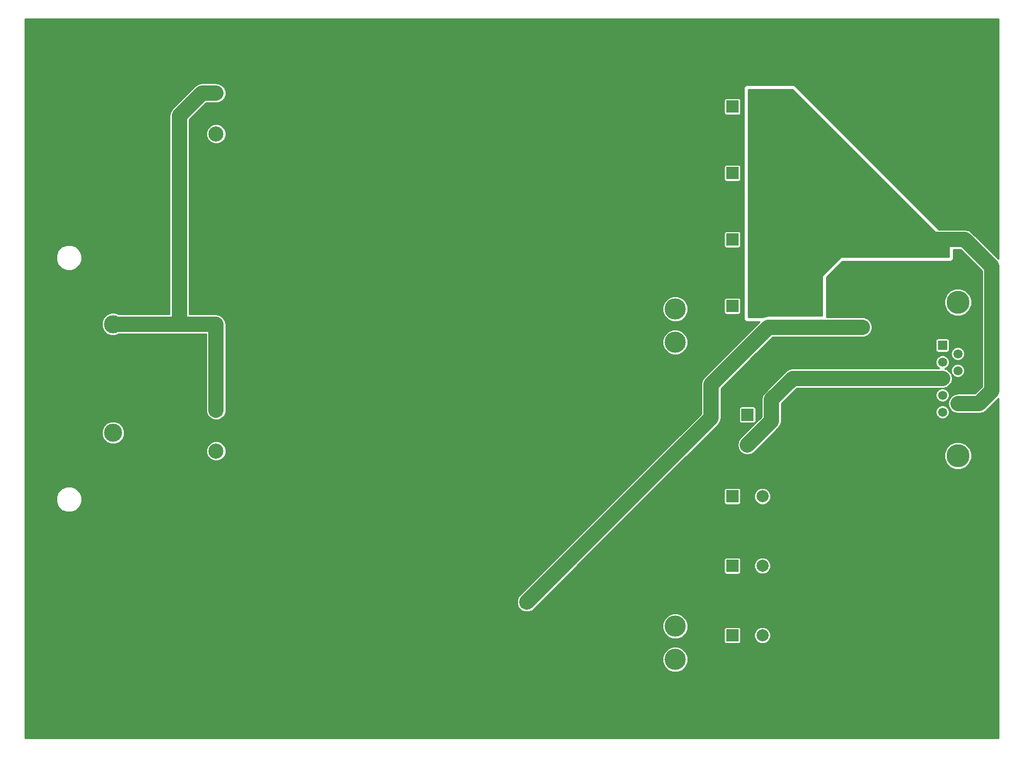
<source format=gbr>
G04 #@! TF.FileFunction,Copper,L1,Top,Signal*
%FSLAX46Y46*%
G04 Gerber Fmt 4.6, Leading zero omitted, Abs format (unit mm)*
G04 Created by KiCad (PCBNEW 4.0.7) date 10/03/17 11:40:22*
%MOMM*%
%LPD*%
G01*
G04 APERTURE LIST*
%ADD10C,0.150000*%
%ADD11C,3.500000*%
%ADD12C,2.500000*%
%ADD13R,2.000000X2.000000*%
%ADD14C,2.000000*%
%ADD15C,3.810000*%
%ADD16R,1.520000X1.520000*%
%ADD17C,1.520000*%
%ADD18C,3.000000*%
%ADD19C,2.540000*%
%ADD20C,2.540000*%
%ADD21C,1.905000*%
%ADD22C,0.254000*%
G04 APERTURE END LIST*
D10*
D11*
X108060000Y-54000000D03*
D12*
X32060000Y-12750000D03*
X32060000Y-19500000D03*
D11*
X108060000Y-48500000D03*
D13*
X117500000Y-102500000D03*
D14*
X122500000Y-102500000D03*
D13*
X117500000Y-48000000D03*
D14*
X122500000Y-48000000D03*
D13*
X117500000Y-91000000D03*
D14*
X122500000Y-91000000D03*
D13*
X117500000Y-37000000D03*
D14*
X122500000Y-37000000D03*
D13*
X117500000Y-79500000D03*
D14*
X122500000Y-79500000D03*
D13*
X117500000Y-26000000D03*
D14*
X122500000Y-26000000D03*
D13*
X120000000Y-66000000D03*
D14*
X120000000Y-71000000D03*
D13*
X117500000Y-15000000D03*
D14*
X122500000Y-15000000D03*
D15*
X154840000Y-72790000D03*
X154840000Y-47390000D03*
D16*
X152300000Y-54500000D03*
D17*
X152300000Y-57290000D03*
X152300000Y-59960000D03*
X152300000Y-62760000D03*
X152300000Y-65550000D03*
X154840000Y-55900000D03*
X154840000Y-58690000D03*
X154840000Y-61360000D03*
X154840000Y-64150000D03*
D11*
X108060000Y-106500000D03*
D12*
X32060000Y-65250000D03*
X32060000Y-72000000D03*
D11*
X108060000Y-101000000D03*
D18*
X15000000Y-69000000D03*
X15000000Y-51000000D03*
X15000000Y-60000000D03*
D19*
X83500000Y-97000000D03*
X139000000Y-51500000D03*
D20*
X152300000Y-59960000D02*
X145300000Y-59960000D01*
X127540000Y-59960000D02*
X124000000Y-63500000D01*
X124000000Y-63500000D02*
X124000000Y-67000000D01*
X124000000Y-67000000D02*
X120000000Y-71000000D01*
X145300000Y-59960000D02*
X127540000Y-59960000D01*
X122500000Y-37000000D02*
X156000000Y-37000000D01*
X158350000Y-64150000D02*
X154840000Y-64150000D01*
X160500000Y-62000000D02*
X158350000Y-64150000D01*
X160500000Y-41500000D02*
X160500000Y-62000000D01*
X156000000Y-37000000D02*
X160500000Y-41500000D01*
D21*
X122500000Y-26000000D02*
X122500000Y-15000000D01*
X122500000Y-37000000D02*
X122500000Y-26000000D01*
X122500000Y-48000000D02*
X122500000Y-37000000D01*
D20*
X83500000Y-97000000D02*
X114000000Y-66500000D01*
X114000000Y-66500000D02*
X114000000Y-61000000D01*
X114000000Y-61000000D02*
X123500000Y-51500000D01*
X123500000Y-51500000D02*
X139000000Y-51500000D01*
D21*
X15000000Y-51000000D02*
X16000000Y-51000000D01*
D20*
X32060000Y-12750000D02*
X29750000Y-12750000D01*
X26000000Y-16500000D02*
X26000000Y-51000000D01*
X29750000Y-12750000D02*
X26000000Y-16500000D01*
X16000000Y-51000000D02*
X26000000Y-51000000D01*
X26000000Y-51000000D02*
X32000000Y-51000000D01*
X32060000Y-51060000D02*
X32060000Y-65250000D01*
X32000000Y-51000000D02*
X32060000Y-51060000D01*
D22*
G36*
X161544000Y-40209134D02*
X157167433Y-35832567D01*
X156631811Y-35474675D01*
X156000000Y-35349000D01*
X151747026Y-35349000D01*
X127949013Y-11550987D01*
X127747051Y-11415029D01*
X127500000Y-11365000D01*
X120000000Y-11365000D01*
X119769205Y-11408427D01*
X119557233Y-11544827D01*
X119415029Y-11752949D01*
X119365000Y-12000000D01*
X119365000Y-50000000D01*
X119408427Y-50230795D01*
X119544827Y-50442767D01*
X119752949Y-50584971D01*
X120000000Y-50635000D01*
X122030134Y-50635000D01*
X112832567Y-59832567D01*
X112474675Y-60368189D01*
X112363575Y-60926729D01*
X112349000Y-61000000D01*
X112349000Y-65816133D01*
X82333585Y-95831549D01*
X82101166Y-96063563D01*
X81849287Y-96670155D01*
X81848714Y-97326963D01*
X82099534Y-97933995D01*
X82563563Y-98398834D01*
X83170155Y-98650713D01*
X83826963Y-98651286D01*
X84433995Y-98400466D01*
X84898834Y-97936437D01*
X84899122Y-97935744D01*
X92834866Y-90000000D01*
X116111536Y-90000000D01*
X116111536Y-92000000D01*
X116138103Y-92141190D01*
X116221546Y-92270865D01*
X116348866Y-92357859D01*
X116500000Y-92388464D01*
X118500000Y-92388464D01*
X118641190Y-92361897D01*
X118770865Y-92278454D01*
X118857859Y-92151134D01*
X118888464Y-92000000D01*
X118888464Y-91273493D01*
X121118761Y-91273493D01*
X121328563Y-91781251D01*
X121716705Y-92170072D01*
X122224097Y-92380759D01*
X122773493Y-92381239D01*
X123281251Y-92171437D01*
X123670072Y-91783295D01*
X123880759Y-91275903D01*
X123881239Y-90726507D01*
X123671437Y-90218749D01*
X123283295Y-89829928D01*
X122775903Y-89619241D01*
X122226507Y-89618761D01*
X121718749Y-89828563D01*
X121329928Y-90216705D01*
X121119241Y-90724097D01*
X121118761Y-91273493D01*
X118888464Y-91273493D01*
X118888464Y-90000000D01*
X118861897Y-89858810D01*
X118778454Y-89729135D01*
X118651134Y-89642141D01*
X118500000Y-89611536D01*
X116500000Y-89611536D01*
X116358810Y-89638103D01*
X116229135Y-89721546D01*
X116142141Y-89848866D01*
X116111536Y-90000000D01*
X92834866Y-90000000D01*
X104334866Y-78500000D01*
X116111536Y-78500000D01*
X116111536Y-80500000D01*
X116138103Y-80641190D01*
X116221546Y-80770865D01*
X116348866Y-80857859D01*
X116500000Y-80888464D01*
X118500000Y-80888464D01*
X118641190Y-80861897D01*
X118770865Y-80778454D01*
X118857859Y-80651134D01*
X118888464Y-80500000D01*
X118888464Y-79773493D01*
X121118761Y-79773493D01*
X121328563Y-80281251D01*
X121716705Y-80670072D01*
X122224097Y-80880759D01*
X122773493Y-80881239D01*
X123281251Y-80671437D01*
X123670072Y-80283295D01*
X123880759Y-79775903D01*
X123881239Y-79226507D01*
X123671437Y-78718749D01*
X123283295Y-78329928D01*
X122775903Y-78119241D01*
X122226507Y-78118761D01*
X121718749Y-78328563D01*
X121329928Y-78716705D01*
X121119241Y-79224097D01*
X121118761Y-79773493D01*
X118888464Y-79773493D01*
X118888464Y-78500000D01*
X118861897Y-78358810D01*
X118778454Y-78229135D01*
X118651134Y-78142141D01*
X118500000Y-78111536D01*
X116500000Y-78111536D01*
X116358810Y-78138103D01*
X116229135Y-78221546D01*
X116142141Y-78348866D01*
X116111536Y-78500000D01*
X104334866Y-78500000D01*
X109592147Y-73242719D01*
X152553604Y-73242719D01*
X152900894Y-74083223D01*
X153543395Y-74726846D01*
X154383292Y-75075602D01*
X155292719Y-75076396D01*
X156133223Y-74729106D01*
X156776846Y-74086605D01*
X157125602Y-73246708D01*
X157126396Y-72337281D01*
X156779106Y-71496777D01*
X156136605Y-70853154D01*
X155296708Y-70504398D01*
X154387281Y-70503604D01*
X153546777Y-70850894D01*
X152903154Y-71493395D01*
X152554398Y-72333292D01*
X152553604Y-73242719D01*
X109592147Y-73242719D01*
X111834866Y-71000000D01*
X118349000Y-71000000D01*
X118474675Y-71631811D01*
X118832567Y-72167433D01*
X119368189Y-72525325D01*
X120000000Y-72651000D01*
X120631811Y-72525325D01*
X121167433Y-72167433D01*
X125167433Y-68167433D01*
X125525325Y-67631811D01*
X125546176Y-67526987D01*
X125651000Y-67000000D01*
X125651000Y-65775963D01*
X151158802Y-65775963D01*
X151332143Y-66195480D01*
X151652831Y-66516729D01*
X152072045Y-66690802D01*
X152525963Y-66691198D01*
X152945480Y-66517857D01*
X153266729Y-66197169D01*
X153440802Y-65777955D01*
X153441198Y-65324037D01*
X153267857Y-64904520D01*
X152947169Y-64583271D01*
X152527955Y-64409198D01*
X152074037Y-64408802D01*
X151654520Y-64582143D01*
X151333271Y-64902831D01*
X151159198Y-65322045D01*
X151158802Y-65775963D01*
X125651000Y-65775963D01*
X125651000Y-64183866D01*
X126848903Y-62985963D01*
X151158802Y-62985963D01*
X151332143Y-63405480D01*
X151652831Y-63726729D01*
X152072045Y-63900802D01*
X152525963Y-63901198D01*
X152945480Y-63727857D01*
X153266729Y-63407169D01*
X153440802Y-62987955D01*
X153441198Y-62534037D01*
X153267857Y-62114520D01*
X152947169Y-61793271D01*
X152527955Y-61619198D01*
X152074037Y-61618802D01*
X151654520Y-61792143D01*
X151333271Y-62112831D01*
X151159198Y-62532045D01*
X151158802Y-62985963D01*
X126848903Y-62985963D01*
X128223866Y-61611000D01*
X152300000Y-61611000D01*
X152931810Y-61485325D01*
X153467433Y-61127433D01*
X153825325Y-60591810D01*
X153951000Y-59960000D01*
X153825325Y-59328190D01*
X153549884Y-58915963D01*
X153698802Y-58915963D01*
X153872143Y-59335480D01*
X154192831Y-59656729D01*
X154612045Y-59830802D01*
X155065963Y-59831198D01*
X155485480Y-59657857D01*
X155806729Y-59337169D01*
X155980802Y-58917955D01*
X155981198Y-58464037D01*
X155807857Y-58044520D01*
X155487169Y-57723271D01*
X155067955Y-57549198D01*
X154614037Y-57548802D01*
X154194520Y-57722143D01*
X153873271Y-58042831D01*
X153699198Y-58462045D01*
X153698802Y-58915963D01*
X153549884Y-58915963D01*
X153467433Y-58792567D01*
X152931810Y-58434675D01*
X152652169Y-58379051D01*
X152945480Y-58257857D01*
X153266729Y-57937169D01*
X153440802Y-57517955D01*
X153441198Y-57064037D01*
X153267857Y-56644520D01*
X152947169Y-56323271D01*
X152527955Y-56149198D01*
X152074037Y-56148802D01*
X151654520Y-56322143D01*
X151333271Y-56642831D01*
X151159198Y-57062045D01*
X151158802Y-57515963D01*
X151332143Y-57935480D01*
X151652831Y-58256729D01*
X151778713Y-58309000D01*
X127540000Y-58309000D01*
X126908189Y-58434675D01*
X126372567Y-58792567D01*
X122832567Y-62332567D01*
X122474675Y-62868189D01*
X122474675Y-62868190D01*
X122349000Y-63500000D01*
X122349000Y-66316134D01*
X118832567Y-69832567D01*
X118474675Y-70368189D01*
X118349000Y-71000000D01*
X111834866Y-71000000D01*
X115167434Y-67667433D01*
X115525325Y-67131810D01*
X115651000Y-66500000D01*
X115651000Y-65000000D01*
X118611536Y-65000000D01*
X118611536Y-67000000D01*
X118638103Y-67141190D01*
X118721546Y-67270865D01*
X118848866Y-67357859D01*
X119000000Y-67388464D01*
X121000000Y-67388464D01*
X121141190Y-67361897D01*
X121270865Y-67278454D01*
X121357859Y-67151134D01*
X121388464Y-67000000D01*
X121388464Y-65000000D01*
X121361897Y-64858810D01*
X121278454Y-64729135D01*
X121151134Y-64642141D01*
X121000000Y-64611536D01*
X119000000Y-64611536D01*
X118858810Y-64638103D01*
X118729135Y-64721546D01*
X118642141Y-64848866D01*
X118611536Y-65000000D01*
X115651000Y-65000000D01*
X115651000Y-61683866D01*
X121208903Y-56125963D01*
X153698802Y-56125963D01*
X153872143Y-56545480D01*
X154192831Y-56866729D01*
X154612045Y-57040802D01*
X155065963Y-57041198D01*
X155485480Y-56867857D01*
X155806729Y-56547169D01*
X155980802Y-56127955D01*
X155981198Y-55674037D01*
X155807857Y-55254520D01*
X155487169Y-54933271D01*
X155067955Y-54759198D01*
X154614037Y-54758802D01*
X154194520Y-54932143D01*
X153873271Y-55252831D01*
X153699198Y-55672045D01*
X153698802Y-56125963D01*
X121208903Y-56125963D01*
X123594866Y-53740000D01*
X151151536Y-53740000D01*
X151151536Y-55260000D01*
X151178103Y-55401190D01*
X151261546Y-55530865D01*
X151388866Y-55617859D01*
X151540000Y-55648464D01*
X153060000Y-55648464D01*
X153201190Y-55621897D01*
X153330865Y-55538454D01*
X153417859Y-55411134D01*
X153448464Y-55260000D01*
X153448464Y-53740000D01*
X153421897Y-53598810D01*
X153338454Y-53469135D01*
X153211134Y-53382141D01*
X153060000Y-53351536D01*
X151540000Y-53351536D01*
X151398810Y-53378103D01*
X151269135Y-53461546D01*
X151182141Y-53588866D01*
X151151536Y-53740000D01*
X123594866Y-53740000D01*
X124183866Y-53151000D01*
X138999132Y-53151000D01*
X139326963Y-53151286D01*
X139933995Y-52900466D01*
X140398834Y-52436437D01*
X140650713Y-51829845D01*
X140651286Y-51173037D01*
X140400466Y-50566005D01*
X139936437Y-50101166D01*
X139329845Y-49849287D01*
X138673037Y-49848714D01*
X138672345Y-49849000D01*
X133135000Y-49849000D01*
X133135000Y-47842719D01*
X152553604Y-47842719D01*
X152900894Y-48683223D01*
X153543395Y-49326846D01*
X154383292Y-49675602D01*
X155292719Y-49676396D01*
X156133223Y-49329106D01*
X156776846Y-48686605D01*
X157125602Y-47846708D01*
X157126396Y-46937281D01*
X156779106Y-46096777D01*
X156136605Y-45453154D01*
X155296708Y-45104398D01*
X154387281Y-45103604D01*
X153546777Y-45450894D01*
X152903154Y-46093395D01*
X152554398Y-46933292D01*
X152553604Y-47842719D01*
X133135000Y-47842719D01*
X133135000Y-43263026D01*
X135763026Y-40635000D01*
X153500000Y-40635000D01*
X153730795Y-40591573D01*
X153942767Y-40455173D01*
X154084971Y-40247051D01*
X154135000Y-40000000D01*
X154135000Y-38651000D01*
X155316134Y-38651000D01*
X158849000Y-42183866D01*
X158849000Y-61316134D01*
X157666134Y-62499000D01*
X154840000Y-62499000D01*
X154208190Y-62624675D01*
X153672567Y-62982567D01*
X153314675Y-63518190D01*
X153189000Y-64150000D01*
X153314675Y-64781810D01*
X153672567Y-65317433D01*
X154208190Y-65675325D01*
X154840000Y-65801000D01*
X158350000Y-65801000D01*
X158981811Y-65675325D01*
X159517433Y-65317433D01*
X161544000Y-63290866D01*
X161544000Y-119544000D01*
X456000Y-119544000D01*
X456000Y-106922022D01*
X105928631Y-106922022D01*
X106252373Y-107705538D01*
X106851309Y-108305521D01*
X107634258Y-108630630D01*
X108482022Y-108631369D01*
X109265538Y-108307627D01*
X109865521Y-107708691D01*
X110190630Y-106925742D01*
X110191369Y-106077978D01*
X109867627Y-105294462D01*
X109268691Y-104694479D01*
X108485742Y-104369370D01*
X107637978Y-104368631D01*
X106854462Y-104692373D01*
X106254479Y-105291309D01*
X105929370Y-106074258D01*
X105928631Y-106922022D01*
X456000Y-106922022D01*
X456000Y-101422022D01*
X105928631Y-101422022D01*
X106252373Y-102205538D01*
X106851309Y-102805521D01*
X107634258Y-103130630D01*
X108482022Y-103131369D01*
X109265538Y-102807627D01*
X109865521Y-102208691D01*
X110159795Y-101500000D01*
X116111536Y-101500000D01*
X116111536Y-103500000D01*
X116138103Y-103641190D01*
X116221546Y-103770865D01*
X116348866Y-103857859D01*
X116500000Y-103888464D01*
X118500000Y-103888464D01*
X118641190Y-103861897D01*
X118770865Y-103778454D01*
X118857859Y-103651134D01*
X118888464Y-103500000D01*
X118888464Y-102773493D01*
X121118761Y-102773493D01*
X121328563Y-103281251D01*
X121716705Y-103670072D01*
X122224097Y-103880759D01*
X122773493Y-103881239D01*
X123281251Y-103671437D01*
X123670072Y-103283295D01*
X123880759Y-102775903D01*
X123881239Y-102226507D01*
X123671437Y-101718749D01*
X123283295Y-101329928D01*
X122775903Y-101119241D01*
X122226507Y-101118761D01*
X121718749Y-101328563D01*
X121329928Y-101716705D01*
X121119241Y-102224097D01*
X121118761Y-102773493D01*
X118888464Y-102773493D01*
X118888464Y-101500000D01*
X118861897Y-101358810D01*
X118778454Y-101229135D01*
X118651134Y-101142141D01*
X118500000Y-101111536D01*
X116500000Y-101111536D01*
X116358810Y-101138103D01*
X116229135Y-101221546D01*
X116142141Y-101348866D01*
X116111536Y-101500000D01*
X110159795Y-101500000D01*
X110190630Y-101425742D01*
X110191369Y-100577978D01*
X109867627Y-99794462D01*
X109268691Y-99194479D01*
X108485742Y-98869370D01*
X107637978Y-98868631D01*
X106854462Y-99192373D01*
X106254479Y-99791309D01*
X105929370Y-100574258D01*
X105928631Y-101422022D01*
X456000Y-101422022D01*
X456000Y-80422022D01*
X5568631Y-80422022D01*
X5892373Y-81205538D01*
X6491309Y-81805521D01*
X7274258Y-82130630D01*
X8122022Y-82131369D01*
X8905538Y-81807627D01*
X9505521Y-81208691D01*
X9830630Y-80425742D01*
X9831369Y-79577978D01*
X9507627Y-78794462D01*
X8908691Y-78194479D01*
X8125742Y-77869370D01*
X7277978Y-77868631D01*
X6494462Y-78192373D01*
X5894479Y-78791309D01*
X5569370Y-79574258D01*
X5568631Y-80422022D01*
X456000Y-80422022D01*
X456000Y-72323003D01*
X30428718Y-72323003D01*
X30676499Y-72922680D01*
X31134907Y-73381888D01*
X31734151Y-73630716D01*
X32383003Y-73631282D01*
X32982680Y-73383501D01*
X33441888Y-72925093D01*
X33690716Y-72325849D01*
X33691282Y-71676997D01*
X33443501Y-71077320D01*
X32985093Y-70618112D01*
X32385849Y-70369284D01*
X31736997Y-70368718D01*
X31137320Y-70616499D01*
X30678112Y-71074907D01*
X30429284Y-71674151D01*
X30428718Y-72323003D01*
X456000Y-72323003D01*
X456000Y-69372513D01*
X13118674Y-69372513D01*
X13404436Y-70064109D01*
X13933108Y-70593704D01*
X14624204Y-70880673D01*
X15372513Y-70881326D01*
X16064109Y-70595564D01*
X16593704Y-70066892D01*
X16880673Y-69375796D01*
X16881326Y-68627487D01*
X16595564Y-67935891D01*
X16066892Y-67406296D01*
X15375796Y-67119327D01*
X14627487Y-67118674D01*
X13935891Y-67404436D01*
X13406296Y-67933108D01*
X13119327Y-68624204D01*
X13118674Y-69372513D01*
X456000Y-69372513D01*
X456000Y-51372513D01*
X13118674Y-51372513D01*
X13404436Y-52064109D01*
X13933108Y-52593704D01*
X14624204Y-52880673D01*
X15372513Y-52881326D01*
X15952710Y-52641593D01*
X16000000Y-52651000D01*
X30409000Y-52651000D01*
X30409000Y-65250000D01*
X30428912Y-65350106D01*
X30428718Y-65573003D01*
X30514588Y-65780823D01*
X30534675Y-65881810D01*
X30591379Y-65966674D01*
X30676499Y-66172680D01*
X30835363Y-66331821D01*
X30892567Y-66417433D01*
X30977431Y-66474138D01*
X31134907Y-66631888D01*
X31342577Y-66718120D01*
X31428190Y-66775325D01*
X31528295Y-66795237D01*
X31734151Y-66880716D01*
X31959012Y-66880912D01*
X32060000Y-66901000D01*
X32160106Y-66881088D01*
X32383003Y-66881282D01*
X32590823Y-66795412D01*
X32691810Y-66775325D01*
X32776674Y-66718621D01*
X32982680Y-66633501D01*
X33141821Y-66474637D01*
X33227433Y-66417433D01*
X33284138Y-66332569D01*
X33441888Y-66175093D01*
X33528120Y-65967423D01*
X33585325Y-65881810D01*
X33605237Y-65781705D01*
X33690716Y-65575849D01*
X33690912Y-65350988D01*
X33711000Y-65250000D01*
X33711000Y-54422022D01*
X105928631Y-54422022D01*
X106252373Y-55205538D01*
X106851309Y-55805521D01*
X107634258Y-56130630D01*
X108482022Y-56131369D01*
X109265538Y-55807627D01*
X109865521Y-55208691D01*
X110190630Y-54425742D01*
X110191369Y-53577978D01*
X109867627Y-52794462D01*
X109268691Y-52194479D01*
X108485742Y-51869370D01*
X107637978Y-51868631D01*
X106854462Y-52192373D01*
X106254479Y-52791309D01*
X105929370Y-53574258D01*
X105928631Y-54422022D01*
X33711000Y-54422022D01*
X33711000Y-51060000D01*
X33585325Y-50428190D01*
X33227433Y-49892567D01*
X33167433Y-49832567D01*
X32631811Y-49474675D01*
X32000000Y-49349000D01*
X27651000Y-49349000D01*
X27651000Y-48922022D01*
X105928631Y-48922022D01*
X106252373Y-49705538D01*
X106851309Y-50305521D01*
X107634258Y-50630630D01*
X108482022Y-50631369D01*
X109265538Y-50307627D01*
X109865521Y-49708691D01*
X110190630Y-48925742D01*
X110191369Y-48077978D01*
X109867627Y-47294462D01*
X109573679Y-47000000D01*
X116111536Y-47000000D01*
X116111536Y-49000000D01*
X116138103Y-49141190D01*
X116221546Y-49270865D01*
X116348866Y-49357859D01*
X116500000Y-49388464D01*
X118500000Y-49388464D01*
X118641190Y-49361897D01*
X118770865Y-49278454D01*
X118857859Y-49151134D01*
X118888464Y-49000000D01*
X118888464Y-47000000D01*
X118861897Y-46858810D01*
X118778454Y-46729135D01*
X118651134Y-46642141D01*
X118500000Y-46611536D01*
X116500000Y-46611536D01*
X116358810Y-46638103D01*
X116229135Y-46721546D01*
X116142141Y-46848866D01*
X116111536Y-47000000D01*
X109573679Y-47000000D01*
X109268691Y-46694479D01*
X108485742Y-46369370D01*
X107637978Y-46368631D01*
X106854462Y-46692373D01*
X106254479Y-47291309D01*
X105929370Y-48074258D01*
X105928631Y-48922022D01*
X27651000Y-48922022D01*
X27651000Y-36000000D01*
X116111536Y-36000000D01*
X116111536Y-38000000D01*
X116138103Y-38141190D01*
X116221546Y-38270865D01*
X116348866Y-38357859D01*
X116500000Y-38388464D01*
X118500000Y-38388464D01*
X118641190Y-38361897D01*
X118770865Y-38278454D01*
X118857859Y-38151134D01*
X118888464Y-38000000D01*
X118888464Y-36000000D01*
X118861897Y-35858810D01*
X118778454Y-35729135D01*
X118651134Y-35642141D01*
X118500000Y-35611536D01*
X116500000Y-35611536D01*
X116358810Y-35638103D01*
X116229135Y-35721546D01*
X116142141Y-35848866D01*
X116111536Y-36000000D01*
X27651000Y-36000000D01*
X27651000Y-25000000D01*
X116111536Y-25000000D01*
X116111536Y-27000000D01*
X116138103Y-27141190D01*
X116221546Y-27270865D01*
X116348866Y-27357859D01*
X116500000Y-27388464D01*
X118500000Y-27388464D01*
X118641190Y-27361897D01*
X118770865Y-27278454D01*
X118857859Y-27151134D01*
X118888464Y-27000000D01*
X118888464Y-25000000D01*
X118861897Y-24858810D01*
X118778454Y-24729135D01*
X118651134Y-24642141D01*
X118500000Y-24611536D01*
X116500000Y-24611536D01*
X116358810Y-24638103D01*
X116229135Y-24721546D01*
X116142141Y-24848866D01*
X116111536Y-25000000D01*
X27651000Y-25000000D01*
X27651000Y-19823003D01*
X30428718Y-19823003D01*
X30676499Y-20422680D01*
X31134907Y-20881888D01*
X31734151Y-21130716D01*
X32383003Y-21131282D01*
X32982680Y-20883501D01*
X33441888Y-20425093D01*
X33690716Y-19825849D01*
X33691282Y-19176997D01*
X33443501Y-18577320D01*
X32985093Y-18118112D01*
X32385849Y-17869284D01*
X31736997Y-17868718D01*
X31137320Y-18116499D01*
X30678112Y-18574907D01*
X30429284Y-19174151D01*
X30428718Y-19823003D01*
X27651000Y-19823003D01*
X27651000Y-17183866D01*
X30433866Y-14401000D01*
X32060000Y-14401000D01*
X32160106Y-14381088D01*
X32383003Y-14381282D01*
X32590823Y-14295412D01*
X32691810Y-14275325D01*
X32776674Y-14218621D01*
X32982680Y-14133501D01*
X33116413Y-14000000D01*
X116111536Y-14000000D01*
X116111536Y-16000000D01*
X116138103Y-16141190D01*
X116221546Y-16270865D01*
X116348866Y-16357859D01*
X116500000Y-16388464D01*
X118500000Y-16388464D01*
X118641190Y-16361897D01*
X118770865Y-16278454D01*
X118857859Y-16151134D01*
X118888464Y-16000000D01*
X118888464Y-14000000D01*
X118861897Y-13858810D01*
X118778454Y-13729135D01*
X118651134Y-13642141D01*
X118500000Y-13611536D01*
X116500000Y-13611536D01*
X116358810Y-13638103D01*
X116229135Y-13721546D01*
X116142141Y-13848866D01*
X116111536Y-14000000D01*
X33116413Y-14000000D01*
X33141821Y-13974637D01*
X33227433Y-13917433D01*
X33284138Y-13832569D01*
X33441888Y-13675093D01*
X33528120Y-13467423D01*
X33585325Y-13381810D01*
X33605237Y-13281705D01*
X33690716Y-13075849D01*
X33690912Y-12850988D01*
X33711000Y-12750000D01*
X33691088Y-12649894D01*
X33691282Y-12426997D01*
X33605412Y-12219177D01*
X33585325Y-12118190D01*
X33528621Y-12033326D01*
X33443501Y-11827320D01*
X33284637Y-11668179D01*
X33227433Y-11582567D01*
X33142569Y-11525862D01*
X32985093Y-11368112D01*
X32777423Y-11281880D01*
X32691810Y-11224675D01*
X32591705Y-11204763D01*
X32385849Y-11119284D01*
X32160988Y-11119088D01*
X32060000Y-11099000D01*
X29750000Y-11099000D01*
X29118190Y-11224675D01*
X28582567Y-11582567D01*
X24832567Y-15332567D01*
X24474675Y-15868189D01*
X24474675Y-15868190D01*
X24349000Y-16500000D01*
X24349000Y-49349000D01*
X16000000Y-49349000D01*
X15951934Y-49358561D01*
X15375796Y-49119327D01*
X14627487Y-49118674D01*
X13935891Y-49404436D01*
X13406296Y-49933108D01*
X13119327Y-50624204D01*
X13118674Y-51372513D01*
X456000Y-51372513D01*
X456000Y-40422022D01*
X5568631Y-40422022D01*
X5892373Y-41205538D01*
X6491309Y-41805521D01*
X7274258Y-42130630D01*
X8122022Y-42131369D01*
X8905538Y-41807627D01*
X9505521Y-41208691D01*
X9830630Y-40425742D01*
X9831369Y-39577978D01*
X9507627Y-38794462D01*
X8908691Y-38194479D01*
X8125742Y-37869370D01*
X7277978Y-37868631D01*
X6494462Y-38192373D01*
X5894479Y-38791309D01*
X5569370Y-39574258D01*
X5568631Y-40422022D01*
X456000Y-40422022D01*
X456000Y-456000D01*
X161544000Y-456000D01*
X161544000Y-40209134D01*
X161544000Y-40209134D01*
G37*
X161544000Y-40209134D02*
X157167433Y-35832567D01*
X156631811Y-35474675D01*
X156000000Y-35349000D01*
X151747026Y-35349000D01*
X127949013Y-11550987D01*
X127747051Y-11415029D01*
X127500000Y-11365000D01*
X120000000Y-11365000D01*
X119769205Y-11408427D01*
X119557233Y-11544827D01*
X119415029Y-11752949D01*
X119365000Y-12000000D01*
X119365000Y-50000000D01*
X119408427Y-50230795D01*
X119544827Y-50442767D01*
X119752949Y-50584971D01*
X120000000Y-50635000D01*
X122030134Y-50635000D01*
X112832567Y-59832567D01*
X112474675Y-60368189D01*
X112363575Y-60926729D01*
X112349000Y-61000000D01*
X112349000Y-65816133D01*
X82333585Y-95831549D01*
X82101166Y-96063563D01*
X81849287Y-96670155D01*
X81848714Y-97326963D01*
X82099534Y-97933995D01*
X82563563Y-98398834D01*
X83170155Y-98650713D01*
X83826963Y-98651286D01*
X84433995Y-98400466D01*
X84898834Y-97936437D01*
X84899122Y-97935744D01*
X92834866Y-90000000D01*
X116111536Y-90000000D01*
X116111536Y-92000000D01*
X116138103Y-92141190D01*
X116221546Y-92270865D01*
X116348866Y-92357859D01*
X116500000Y-92388464D01*
X118500000Y-92388464D01*
X118641190Y-92361897D01*
X118770865Y-92278454D01*
X118857859Y-92151134D01*
X118888464Y-92000000D01*
X118888464Y-91273493D01*
X121118761Y-91273493D01*
X121328563Y-91781251D01*
X121716705Y-92170072D01*
X122224097Y-92380759D01*
X122773493Y-92381239D01*
X123281251Y-92171437D01*
X123670072Y-91783295D01*
X123880759Y-91275903D01*
X123881239Y-90726507D01*
X123671437Y-90218749D01*
X123283295Y-89829928D01*
X122775903Y-89619241D01*
X122226507Y-89618761D01*
X121718749Y-89828563D01*
X121329928Y-90216705D01*
X121119241Y-90724097D01*
X121118761Y-91273493D01*
X118888464Y-91273493D01*
X118888464Y-90000000D01*
X118861897Y-89858810D01*
X118778454Y-89729135D01*
X118651134Y-89642141D01*
X118500000Y-89611536D01*
X116500000Y-89611536D01*
X116358810Y-89638103D01*
X116229135Y-89721546D01*
X116142141Y-89848866D01*
X116111536Y-90000000D01*
X92834866Y-90000000D01*
X104334866Y-78500000D01*
X116111536Y-78500000D01*
X116111536Y-80500000D01*
X116138103Y-80641190D01*
X116221546Y-80770865D01*
X116348866Y-80857859D01*
X116500000Y-80888464D01*
X118500000Y-80888464D01*
X118641190Y-80861897D01*
X118770865Y-80778454D01*
X118857859Y-80651134D01*
X118888464Y-80500000D01*
X118888464Y-79773493D01*
X121118761Y-79773493D01*
X121328563Y-80281251D01*
X121716705Y-80670072D01*
X122224097Y-80880759D01*
X122773493Y-80881239D01*
X123281251Y-80671437D01*
X123670072Y-80283295D01*
X123880759Y-79775903D01*
X123881239Y-79226507D01*
X123671437Y-78718749D01*
X123283295Y-78329928D01*
X122775903Y-78119241D01*
X122226507Y-78118761D01*
X121718749Y-78328563D01*
X121329928Y-78716705D01*
X121119241Y-79224097D01*
X121118761Y-79773493D01*
X118888464Y-79773493D01*
X118888464Y-78500000D01*
X118861897Y-78358810D01*
X118778454Y-78229135D01*
X118651134Y-78142141D01*
X118500000Y-78111536D01*
X116500000Y-78111536D01*
X116358810Y-78138103D01*
X116229135Y-78221546D01*
X116142141Y-78348866D01*
X116111536Y-78500000D01*
X104334866Y-78500000D01*
X109592147Y-73242719D01*
X152553604Y-73242719D01*
X152900894Y-74083223D01*
X153543395Y-74726846D01*
X154383292Y-75075602D01*
X155292719Y-75076396D01*
X156133223Y-74729106D01*
X156776846Y-74086605D01*
X157125602Y-73246708D01*
X157126396Y-72337281D01*
X156779106Y-71496777D01*
X156136605Y-70853154D01*
X155296708Y-70504398D01*
X154387281Y-70503604D01*
X153546777Y-70850894D01*
X152903154Y-71493395D01*
X152554398Y-72333292D01*
X152553604Y-73242719D01*
X109592147Y-73242719D01*
X111834866Y-71000000D01*
X118349000Y-71000000D01*
X118474675Y-71631811D01*
X118832567Y-72167433D01*
X119368189Y-72525325D01*
X120000000Y-72651000D01*
X120631811Y-72525325D01*
X121167433Y-72167433D01*
X125167433Y-68167433D01*
X125525325Y-67631811D01*
X125546176Y-67526987D01*
X125651000Y-67000000D01*
X125651000Y-65775963D01*
X151158802Y-65775963D01*
X151332143Y-66195480D01*
X151652831Y-66516729D01*
X152072045Y-66690802D01*
X152525963Y-66691198D01*
X152945480Y-66517857D01*
X153266729Y-66197169D01*
X153440802Y-65777955D01*
X153441198Y-65324037D01*
X153267857Y-64904520D01*
X152947169Y-64583271D01*
X152527955Y-64409198D01*
X152074037Y-64408802D01*
X151654520Y-64582143D01*
X151333271Y-64902831D01*
X151159198Y-65322045D01*
X151158802Y-65775963D01*
X125651000Y-65775963D01*
X125651000Y-64183866D01*
X126848903Y-62985963D01*
X151158802Y-62985963D01*
X151332143Y-63405480D01*
X151652831Y-63726729D01*
X152072045Y-63900802D01*
X152525963Y-63901198D01*
X152945480Y-63727857D01*
X153266729Y-63407169D01*
X153440802Y-62987955D01*
X153441198Y-62534037D01*
X153267857Y-62114520D01*
X152947169Y-61793271D01*
X152527955Y-61619198D01*
X152074037Y-61618802D01*
X151654520Y-61792143D01*
X151333271Y-62112831D01*
X151159198Y-62532045D01*
X151158802Y-62985963D01*
X126848903Y-62985963D01*
X128223866Y-61611000D01*
X152300000Y-61611000D01*
X152931810Y-61485325D01*
X153467433Y-61127433D01*
X153825325Y-60591810D01*
X153951000Y-59960000D01*
X153825325Y-59328190D01*
X153549884Y-58915963D01*
X153698802Y-58915963D01*
X153872143Y-59335480D01*
X154192831Y-59656729D01*
X154612045Y-59830802D01*
X155065963Y-59831198D01*
X155485480Y-59657857D01*
X155806729Y-59337169D01*
X155980802Y-58917955D01*
X155981198Y-58464037D01*
X155807857Y-58044520D01*
X155487169Y-57723271D01*
X155067955Y-57549198D01*
X154614037Y-57548802D01*
X154194520Y-57722143D01*
X153873271Y-58042831D01*
X153699198Y-58462045D01*
X153698802Y-58915963D01*
X153549884Y-58915963D01*
X153467433Y-58792567D01*
X152931810Y-58434675D01*
X152652169Y-58379051D01*
X152945480Y-58257857D01*
X153266729Y-57937169D01*
X153440802Y-57517955D01*
X153441198Y-57064037D01*
X153267857Y-56644520D01*
X152947169Y-56323271D01*
X152527955Y-56149198D01*
X152074037Y-56148802D01*
X151654520Y-56322143D01*
X151333271Y-56642831D01*
X151159198Y-57062045D01*
X151158802Y-57515963D01*
X151332143Y-57935480D01*
X151652831Y-58256729D01*
X151778713Y-58309000D01*
X127540000Y-58309000D01*
X126908189Y-58434675D01*
X126372567Y-58792567D01*
X122832567Y-62332567D01*
X122474675Y-62868189D01*
X122474675Y-62868190D01*
X122349000Y-63500000D01*
X122349000Y-66316134D01*
X118832567Y-69832567D01*
X118474675Y-70368189D01*
X118349000Y-71000000D01*
X111834866Y-71000000D01*
X115167434Y-67667433D01*
X115525325Y-67131810D01*
X115651000Y-66500000D01*
X115651000Y-65000000D01*
X118611536Y-65000000D01*
X118611536Y-67000000D01*
X118638103Y-67141190D01*
X118721546Y-67270865D01*
X118848866Y-67357859D01*
X119000000Y-67388464D01*
X121000000Y-67388464D01*
X121141190Y-67361897D01*
X121270865Y-67278454D01*
X121357859Y-67151134D01*
X121388464Y-67000000D01*
X121388464Y-65000000D01*
X121361897Y-64858810D01*
X121278454Y-64729135D01*
X121151134Y-64642141D01*
X121000000Y-64611536D01*
X119000000Y-64611536D01*
X118858810Y-64638103D01*
X118729135Y-64721546D01*
X118642141Y-64848866D01*
X118611536Y-65000000D01*
X115651000Y-65000000D01*
X115651000Y-61683866D01*
X121208903Y-56125963D01*
X153698802Y-56125963D01*
X153872143Y-56545480D01*
X154192831Y-56866729D01*
X154612045Y-57040802D01*
X155065963Y-57041198D01*
X155485480Y-56867857D01*
X155806729Y-56547169D01*
X155980802Y-56127955D01*
X155981198Y-55674037D01*
X155807857Y-55254520D01*
X155487169Y-54933271D01*
X155067955Y-54759198D01*
X154614037Y-54758802D01*
X154194520Y-54932143D01*
X153873271Y-55252831D01*
X153699198Y-55672045D01*
X153698802Y-56125963D01*
X121208903Y-56125963D01*
X123594866Y-53740000D01*
X151151536Y-53740000D01*
X151151536Y-55260000D01*
X151178103Y-55401190D01*
X151261546Y-55530865D01*
X151388866Y-55617859D01*
X151540000Y-55648464D01*
X153060000Y-55648464D01*
X153201190Y-55621897D01*
X153330865Y-55538454D01*
X153417859Y-55411134D01*
X153448464Y-55260000D01*
X153448464Y-53740000D01*
X153421897Y-53598810D01*
X153338454Y-53469135D01*
X153211134Y-53382141D01*
X153060000Y-53351536D01*
X151540000Y-53351536D01*
X151398810Y-53378103D01*
X151269135Y-53461546D01*
X151182141Y-53588866D01*
X151151536Y-53740000D01*
X123594866Y-53740000D01*
X124183866Y-53151000D01*
X138999132Y-53151000D01*
X139326963Y-53151286D01*
X139933995Y-52900466D01*
X140398834Y-52436437D01*
X140650713Y-51829845D01*
X140651286Y-51173037D01*
X140400466Y-50566005D01*
X139936437Y-50101166D01*
X139329845Y-49849287D01*
X138673037Y-49848714D01*
X138672345Y-49849000D01*
X133135000Y-49849000D01*
X133135000Y-47842719D01*
X152553604Y-47842719D01*
X152900894Y-48683223D01*
X153543395Y-49326846D01*
X154383292Y-49675602D01*
X155292719Y-49676396D01*
X156133223Y-49329106D01*
X156776846Y-48686605D01*
X157125602Y-47846708D01*
X157126396Y-46937281D01*
X156779106Y-46096777D01*
X156136605Y-45453154D01*
X155296708Y-45104398D01*
X154387281Y-45103604D01*
X153546777Y-45450894D01*
X152903154Y-46093395D01*
X152554398Y-46933292D01*
X152553604Y-47842719D01*
X133135000Y-47842719D01*
X133135000Y-43263026D01*
X135763026Y-40635000D01*
X153500000Y-40635000D01*
X153730795Y-40591573D01*
X153942767Y-40455173D01*
X154084971Y-40247051D01*
X154135000Y-40000000D01*
X154135000Y-38651000D01*
X155316134Y-38651000D01*
X158849000Y-42183866D01*
X158849000Y-61316134D01*
X157666134Y-62499000D01*
X154840000Y-62499000D01*
X154208190Y-62624675D01*
X153672567Y-62982567D01*
X153314675Y-63518190D01*
X153189000Y-64150000D01*
X153314675Y-64781810D01*
X153672567Y-65317433D01*
X154208190Y-65675325D01*
X154840000Y-65801000D01*
X158350000Y-65801000D01*
X158981811Y-65675325D01*
X159517433Y-65317433D01*
X161544000Y-63290866D01*
X161544000Y-119544000D01*
X456000Y-119544000D01*
X456000Y-106922022D01*
X105928631Y-106922022D01*
X106252373Y-107705538D01*
X106851309Y-108305521D01*
X107634258Y-108630630D01*
X108482022Y-108631369D01*
X109265538Y-108307627D01*
X109865521Y-107708691D01*
X110190630Y-106925742D01*
X110191369Y-106077978D01*
X109867627Y-105294462D01*
X109268691Y-104694479D01*
X108485742Y-104369370D01*
X107637978Y-104368631D01*
X106854462Y-104692373D01*
X106254479Y-105291309D01*
X105929370Y-106074258D01*
X105928631Y-106922022D01*
X456000Y-106922022D01*
X456000Y-101422022D01*
X105928631Y-101422022D01*
X106252373Y-102205538D01*
X106851309Y-102805521D01*
X107634258Y-103130630D01*
X108482022Y-103131369D01*
X109265538Y-102807627D01*
X109865521Y-102208691D01*
X110159795Y-101500000D01*
X116111536Y-101500000D01*
X116111536Y-103500000D01*
X116138103Y-103641190D01*
X116221546Y-103770865D01*
X116348866Y-103857859D01*
X116500000Y-103888464D01*
X118500000Y-103888464D01*
X118641190Y-103861897D01*
X118770865Y-103778454D01*
X118857859Y-103651134D01*
X118888464Y-103500000D01*
X118888464Y-102773493D01*
X121118761Y-102773493D01*
X121328563Y-103281251D01*
X121716705Y-103670072D01*
X122224097Y-103880759D01*
X122773493Y-103881239D01*
X123281251Y-103671437D01*
X123670072Y-103283295D01*
X123880759Y-102775903D01*
X123881239Y-102226507D01*
X123671437Y-101718749D01*
X123283295Y-101329928D01*
X122775903Y-101119241D01*
X122226507Y-101118761D01*
X121718749Y-101328563D01*
X121329928Y-101716705D01*
X121119241Y-102224097D01*
X121118761Y-102773493D01*
X118888464Y-102773493D01*
X118888464Y-101500000D01*
X118861897Y-101358810D01*
X118778454Y-101229135D01*
X118651134Y-101142141D01*
X118500000Y-101111536D01*
X116500000Y-101111536D01*
X116358810Y-101138103D01*
X116229135Y-101221546D01*
X116142141Y-101348866D01*
X116111536Y-101500000D01*
X110159795Y-101500000D01*
X110190630Y-101425742D01*
X110191369Y-100577978D01*
X109867627Y-99794462D01*
X109268691Y-99194479D01*
X108485742Y-98869370D01*
X107637978Y-98868631D01*
X106854462Y-99192373D01*
X106254479Y-99791309D01*
X105929370Y-100574258D01*
X105928631Y-101422022D01*
X456000Y-101422022D01*
X456000Y-80422022D01*
X5568631Y-80422022D01*
X5892373Y-81205538D01*
X6491309Y-81805521D01*
X7274258Y-82130630D01*
X8122022Y-82131369D01*
X8905538Y-81807627D01*
X9505521Y-81208691D01*
X9830630Y-80425742D01*
X9831369Y-79577978D01*
X9507627Y-78794462D01*
X8908691Y-78194479D01*
X8125742Y-77869370D01*
X7277978Y-77868631D01*
X6494462Y-78192373D01*
X5894479Y-78791309D01*
X5569370Y-79574258D01*
X5568631Y-80422022D01*
X456000Y-80422022D01*
X456000Y-72323003D01*
X30428718Y-72323003D01*
X30676499Y-72922680D01*
X31134907Y-73381888D01*
X31734151Y-73630716D01*
X32383003Y-73631282D01*
X32982680Y-73383501D01*
X33441888Y-72925093D01*
X33690716Y-72325849D01*
X33691282Y-71676997D01*
X33443501Y-71077320D01*
X32985093Y-70618112D01*
X32385849Y-70369284D01*
X31736997Y-70368718D01*
X31137320Y-70616499D01*
X30678112Y-71074907D01*
X30429284Y-71674151D01*
X30428718Y-72323003D01*
X456000Y-72323003D01*
X456000Y-69372513D01*
X13118674Y-69372513D01*
X13404436Y-70064109D01*
X13933108Y-70593704D01*
X14624204Y-70880673D01*
X15372513Y-70881326D01*
X16064109Y-70595564D01*
X16593704Y-70066892D01*
X16880673Y-69375796D01*
X16881326Y-68627487D01*
X16595564Y-67935891D01*
X16066892Y-67406296D01*
X15375796Y-67119327D01*
X14627487Y-67118674D01*
X13935891Y-67404436D01*
X13406296Y-67933108D01*
X13119327Y-68624204D01*
X13118674Y-69372513D01*
X456000Y-69372513D01*
X456000Y-51372513D01*
X13118674Y-51372513D01*
X13404436Y-52064109D01*
X13933108Y-52593704D01*
X14624204Y-52880673D01*
X15372513Y-52881326D01*
X15952710Y-52641593D01*
X16000000Y-52651000D01*
X30409000Y-52651000D01*
X30409000Y-65250000D01*
X30428912Y-65350106D01*
X30428718Y-65573003D01*
X30514588Y-65780823D01*
X30534675Y-65881810D01*
X30591379Y-65966674D01*
X30676499Y-66172680D01*
X30835363Y-66331821D01*
X30892567Y-66417433D01*
X30977431Y-66474138D01*
X31134907Y-66631888D01*
X31342577Y-66718120D01*
X31428190Y-66775325D01*
X31528295Y-66795237D01*
X31734151Y-66880716D01*
X31959012Y-66880912D01*
X32060000Y-66901000D01*
X32160106Y-66881088D01*
X32383003Y-66881282D01*
X32590823Y-66795412D01*
X32691810Y-66775325D01*
X32776674Y-66718621D01*
X32982680Y-66633501D01*
X33141821Y-66474637D01*
X33227433Y-66417433D01*
X33284138Y-66332569D01*
X33441888Y-66175093D01*
X33528120Y-65967423D01*
X33585325Y-65881810D01*
X33605237Y-65781705D01*
X33690716Y-65575849D01*
X33690912Y-65350988D01*
X33711000Y-65250000D01*
X33711000Y-54422022D01*
X105928631Y-54422022D01*
X106252373Y-55205538D01*
X106851309Y-55805521D01*
X107634258Y-56130630D01*
X108482022Y-56131369D01*
X109265538Y-55807627D01*
X109865521Y-55208691D01*
X110190630Y-54425742D01*
X110191369Y-53577978D01*
X109867627Y-52794462D01*
X109268691Y-52194479D01*
X108485742Y-51869370D01*
X107637978Y-51868631D01*
X106854462Y-52192373D01*
X106254479Y-52791309D01*
X105929370Y-53574258D01*
X105928631Y-54422022D01*
X33711000Y-54422022D01*
X33711000Y-51060000D01*
X33585325Y-50428190D01*
X33227433Y-49892567D01*
X33167433Y-49832567D01*
X32631811Y-49474675D01*
X32000000Y-49349000D01*
X27651000Y-49349000D01*
X27651000Y-48922022D01*
X105928631Y-48922022D01*
X106252373Y-49705538D01*
X106851309Y-50305521D01*
X107634258Y-50630630D01*
X108482022Y-50631369D01*
X109265538Y-50307627D01*
X109865521Y-49708691D01*
X110190630Y-48925742D01*
X110191369Y-48077978D01*
X109867627Y-47294462D01*
X109573679Y-47000000D01*
X116111536Y-47000000D01*
X116111536Y-49000000D01*
X116138103Y-49141190D01*
X116221546Y-49270865D01*
X116348866Y-49357859D01*
X116500000Y-49388464D01*
X118500000Y-49388464D01*
X118641190Y-49361897D01*
X118770865Y-49278454D01*
X118857859Y-49151134D01*
X118888464Y-49000000D01*
X118888464Y-47000000D01*
X118861897Y-46858810D01*
X118778454Y-46729135D01*
X118651134Y-46642141D01*
X118500000Y-46611536D01*
X116500000Y-46611536D01*
X116358810Y-46638103D01*
X116229135Y-46721546D01*
X116142141Y-46848866D01*
X116111536Y-47000000D01*
X109573679Y-47000000D01*
X109268691Y-46694479D01*
X108485742Y-46369370D01*
X107637978Y-46368631D01*
X106854462Y-46692373D01*
X106254479Y-47291309D01*
X105929370Y-48074258D01*
X105928631Y-48922022D01*
X27651000Y-48922022D01*
X27651000Y-36000000D01*
X116111536Y-36000000D01*
X116111536Y-38000000D01*
X116138103Y-38141190D01*
X116221546Y-38270865D01*
X116348866Y-38357859D01*
X116500000Y-38388464D01*
X118500000Y-38388464D01*
X118641190Y-38361897D01*
X118770865Y-38278454D01*
X118857859Y-38151134D01*
X118888464Y-38000000D01*
X118888464Y-36000000D01*
X118861897Y-35858810D01*
X118778454Y-35729135D01*
X118651134Y-35642141D01*
X118500000Y-35611536D01*
X116500000Y-35611536D01*
X116358810Y-35638103D01*
X116229135Y-35721546D01*
X116142141Y-35848866D01*
X116111536Y-36000000D01*
X27651000Y-36000000D01*
X27651000Y-25000000D01*
X116111536Y-25000000D01*
X116111536Y-27000000D01*
X116138103Y-27141190D01*
X116221546Y-27270865D01*
X116348866Y-27357859D01*
X116500000Y-27388464D01*
X118500000Y-27388464D01*
X118641190Y-27361897D01*
X118770865Y-27278454D01*
X118857859Y-27151134D01*
X118888464Y-27000000D01*
X118888464Y-25000000D01*
X118861897Y-24858810D01*
X118778454Y-24729135D01*
X118651134Y-24642141D01*
X118500000Y-24611536D01*
X116500000Y-24611536D01*
X116358810Y-24638103D01*
X116229135Y-24721546D01*
X116142141Y-24848866D01*
X116111536Y-25000000D01*
X27651000Y-25000000D01*
X27651000Y-19823003D01*
X30428718Y-19823003D01*
X30676499Y-20422680D01*
X31134907Y-20881888D01*
X31734151Y-21130716D01*
X32383003Y-21131282D01*
X32982680Y-20883501D01*
X33441888Y-20425093D01*
X33690716Y-19825849D01*
X33691282Y-19176997D01*
X33443501Y-18577320D01*
X32985093Y-18118112D01*
X32385849Y-17869284D01*
X31736997Y-17868718D01*
X31137320Y-18116499D01*
X30678112Y-18574907D01*
X30429284Y-19174151D01*
X30428718Y-19823003D01*
X27651000Y-19823003D01*
X27651000Y-17183866D01*
X30433866Y-14401000D01*
X32060000Y-14401000D01*
X32160106Y-14381088D01*
X32383003Y-14381282D01*
X32590823Y-14295412D01*
X32691810Y-14275325D01*
X32776674Y-14218621D01*
X32982680Y-14133501D01*
X33116413Y-14000000D01*
X116111536Y-14000000D01*
X116111536Y-16000000D01*
X116138103Y-16141190D01*
X116221546Y-16270865D01*
X116348866Y-16357859D01*
X116500000Y-16388464D01*
X118500000Y-16388464D01*
X118641190Y-16361897D01*
X118770865Y-16278454D01*
X118857859Y-16151134D01*
X118888464Y-16000000D01*
X118888464Y-14000000D01*
X118861897Y-13858810D01*
X118778454Y-13729135D01*
X118651134Y-13642141D01*
X118500000Y-13611536D01*
X116500000Y-13611536D01*
X116358810Y-13638103D01*
X116229135Y-13721546D01*
X116142141Y-13848866D01*
X116111536Y-14000000D01*
X33116413Y-14000000D01*
X33141821Y-13974637D01*
X33227433Y-13917433D01*
X33284138Y-13832569D01*
X33441888Y-13675093D01*
X33528120Y-13467423D01*
X33585325Y-13381810D01*
X33605237Y-13281705D01*
X33690716Y-13075849D01*
X33690912Y-12850988D01*
X33711000Y-12750000D01*
X33691088Y-12649894D01*
X33691282Y-12426997D01*
X33605412Y-12219177D01*
X33585325Y-12118190D01*
X33528621Y-12033326D01*
X33443501Y-11827320D01*
X33284637Y-11668179D01*
X33227433Y-11582567D01*
X33142569Y-11525862D01*
X32985093Y-11368112D01*
X32777423Y-11281880D01*
X32691810Y-11224675D01*
X32591705Y-11204763D01*
X32385849Y-11119284D01*
X32160988Y-11119088D01*
X32060000Y-11099000D01*
X29750000Y-11099000D01*
X29118190Y-11224675D01*
X28582567Y-11582567D01*
X24832567Y-15332567D01*
X24474675Y-15868189D01*
X24474675Y-15868190D01*
X24349000Y-16500000D01*
X24349000Y-49349000D01*
X16000000Y-49349000D01*
X15951934Y-49358561D01*
X15375796Y-49119327D01*
X14627487Y-49118674D01*
X13935891Y-49404436D01*
X13406296Y-49933108D01*
X13119327Y-50624204D01*
X13118674Y-51372513D01*
X456000Y-51372513D01*
X456000Y-40422022D01*
X5568631Y-40422022D01*
X5892373Y-41205538D01*
X6491309Y-41805521D01*
X7274258Y-42130630D01*
X8122022Y-42131369D01*
X8905538Y-41807627D01*
X9505521Y-41208691D01*
X9830630Y-40425742D01*
X9831369Y-39577978D01*
X9507627Y-38794462D01*
X8908691Y-38194479D01*
X8125742Y-37869370D01*
X7277978Y-37868631D01*
X6494462Y-38192373D01*
X5894479Y-38791309D01*
X5569370Y-39574258D01*
X5568631Y-40422022D01*
X456000Y-40422022D01*
X456000Y-456000D01*
X161544000Y-456000D01*
X161544000Y-40209134D01*
G36*
X153373000Y-38052606D02*
X153373000Y-39873000D01*
X135500000Y-39873000D01*
X135450590Y-39883006D01*
X135410197Y-39910197D01*
X132410197Y-42910197D01*
X132382334Y-42952211D01*
X132373000Y-43000000D01*
X132373000Y-49595000D01*
X123500000Y-49595000D01*
X122770988Y-49740009D01*
X122571953Y-49873000D01*
X120127000Y-49873000D01*
X120127000Y-12127000D01*
X127447394Y-12127000D01*
X153373000Y-38052606D01*
X153373000Y-38052606D01*
G37*
X153373000Y-38052606D02*
X153373000Y-39873000D01*
X135500000Y-39873000D01*
X135450590Y-39883006D01*
X135410197Y-39910197D01*
X132410197Y-42910197D01*
X132382334Y-42952211D01*
X132373000Y-43000000D01*
X132373000Y-49595000D01*
X123500000Y-49595000D01*
X122770988Y-49740009D01*
X122571953Y-49873000D01*
X120127000Y-49873000D01*
X120127000Y-12127000D01*
X127447394Y-12127000D01*
X153373000Y-38052606D01*
M02*

</source>
